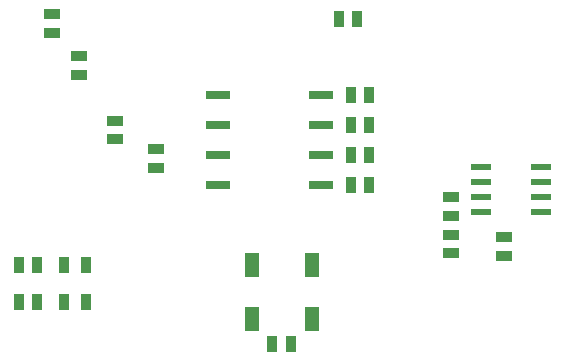
<source format=gbr>
%TF.GenerationSoftware,Altium Limited,Altium Designer,18.1.9 (240)*%
G04 Layer_Color=8421504*
%FSLAX26Y26*%
%MOIN*%
%TF.FileFunction,Paste,Top*%
%TF.Part,Single*%
G01*
G75*
%TA.AperFunction,SMDPad,CuDef*%
%ADD10R,0.037402X0.053150*%
%ADD11R,0.068898X0.023622*%
%ADD12R,0.080709X0.031496*%
%ADD13R,0.051181X0.082677*%
%ADD14R,0.035433X0.055118*%
%ADD15R,0.053150X0.037402*%
%TA.AperFunction,ConnectorPad*%
%ADD16R,0.037402X0.053150*%
D10*
X3651496Y2660000D02*
D03*
X3588504D02*
D03*
X3849488Y3490000D02*
D03*
X3910512D02*
D03*
X3849488Y3390000D02*
D03*
X3910512D02*
D03*
X3849488Y3190000D02*
D03*
X3910512D02*
D03*
X3849488Y3290000D02*
D03*
X3910512D02*
D03*
X3870512Y3745000D02*
D03*
X3809488D02*
D03*
D11*
X4485394Y3100000D02*
D03*
Y3150000D02*
D03*
Y3200000D02*
D03*
Y3250000D02*
D03*
X4284606D02*
D03*
Y3200000D02*
D03*
Y3150000D02*
D03*
Y3100000D02*
D03*
D12*
X3407756Y3490000D02*
D03*
Y3390000D02*
D03*
Y3290000D02*
D03*
Y3190000D02*
D03*
X3752244D02*
D03*
Y3290000D02*
D03*
Y3390000D02*
D03*
Y3490000D02*
D03*
D13*
X3520000Y2925551D02*
D03*
X3720000D02*
D03*
Y2744449D02*
D03*
X3520000D02*
D03*
D14*
X2892598Y2925000D02*
D03*
X2967402D02*
D03*
Y2800000D02*
D03*
X2892598D02*
D03*
D15*
X2855000Y3699488D02*
D03*
Y3760512D02*
D03*
X4360000Y3016496D02*
D03*
Y2953504D02*
D03*
X4185000Y3089488D02*
D03*
Y3150512D02*
D03*
X2945000Y3559488D02*
D03*
Y3620512D02*
D03*
X3200000Y3249488D02*
D03*
Y3310512D02*
D03*
X3065000Y3405512D02*
D03*
Y3344488D02*
D03*
X4185000Y2964488D02*
D03*
Y3025512D02*
D03*
D16*
X2744488Y2925000D02*
D03*
X2805512D02*
D03*
Y2800000D02*
D03*
X2744488D02*
D03*
%TF.MD5,4b2aa9fb6c98ddf2773f36ea79aede43*%
M02*

</source>
